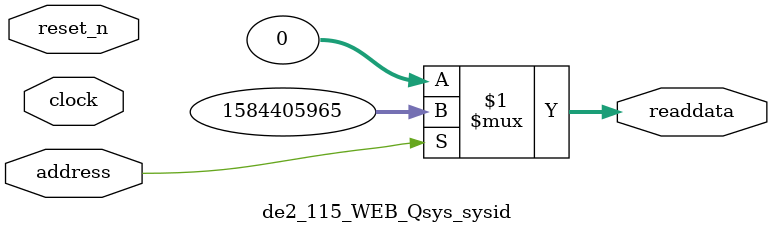
<source format=v>



// synthesis translate_off
`timescale 1ns / 1ps
// synthesis translate_on

// turn off superfluous verilog processor warnings 
// altera message_level Level1 
// altera message_off 10034 10035 10036 10037 10230 10240 10030 

module de2_115_WEB_Qsys_sysid (
               // inputs:
                address,
                clock,
                reset_n,

               // outputs:
                readdata
             )
;

  output  [ 31: 0] readdata;
  input            address;
  input            clock;
  input            reset_n;

  wire    [ 31: 0] readdata;
  //control_slave, which is an e_avalon_slave
  assign readdata = address ? 1584405965 : 0;

endmodule



</source>
